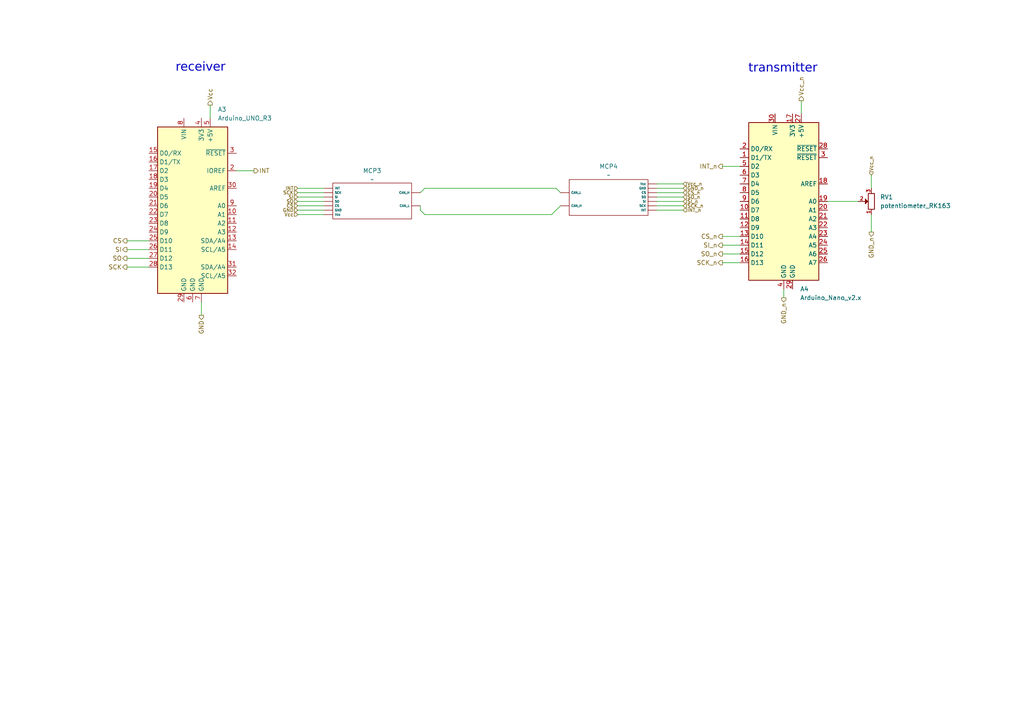
<source format=kicad_sch>
(kicad_sch (version 20231120) (generator "eeschema") (generator_version "8.0")
  (paper "A4")
  (title_block (title "All connections") (date "2024-07-21"))
  (lib_symbols
    (symbol "Embedded_library:MCP2515_modul_ET"
      (property "Reference" "MCP2515" (at 0 8.128 0))
      (symbol "MCP2515_modul_ET_0_1"
        (rectangle (start -10.16 5.334) (end 12.7 -5.08))
      )
      (symbol "MCP2515_modul_ET_1_1"
        (pin output line (at 15.24 2.54 180) (length 2.54) (name "CAN_H") (number ""))
        (pin output line (at 15.24 -1.27 180) (length 2.54) (name "CAN_L") (number ""))
        (pin input line (at -12.7 -1.27 0) (length 2.54) (name "CS") (number ""))
        (pin input line (at -12.7 -2.54 0) (length 2.54) (name "GND") (number ""))
        (pin input line (at -12.7 3.81 0) (length 2.54) (name "INT") (number ""))
        (pin input line (at -12.7 2.54 0) (length 2.54) (name "SCK") (number ""))
        (pin input line (at -12.7 1.27 0) (length 2.54) (name "SI") (number ""))
        (pin input line (at -12.7 0 0) (length 2.54) (name "SO") (number ""))
        (pin input line (at -12.7 -3.81 0) (length 2.54) (name "Vcc") (number ""))
      )
    )
    (symbol "MCU_Module:Arduino_Nano_v2.x"
      (property "Reference" "A" (at -10.16 23.495 0))
      (property "Value" "Arduino_Nano_v2.x" (at 5.08 -24.13 0))
      (symbol "Arduino_Nano_v2.x_0_1"
        (rectangle (start -10.16 22.86) (end 10.16 -22.86) (stroke (width 0.254)) (fill (type background)))
      )
      (symbol "Arduino_Nano_v2.x_1_1"
        (pin bidirectional line (at -12.7 12.7 0) (length 2.54) (name "D1/TX") (number "1"))
        (pin bidirectional line (at -12.7 -2.54 0) (length 2.54) (name "D7") (number "10"))
        (pin bidirectional line (at -12.7 -5.08 0) (length 2.54) (name "D8") (number "11"))
        (pin bidirectional line (at -12.7 -7.62 0) (length 2.54) (name "D9") (number "12"))
        (pin bidirectional line (at -12.7 -10.16 0) (length 2.54) (name "D10") (number "13"))
        (pin bidirectional line (at -12.7 -12.7 0) (length 2.54) (name "D11") (number "14"))
        (pin bidirectional line (at -12.7 -15.24 0) (length 2.54) (name "D12") (number "15"))
        (pin bidirectional line (at -12.7 -17.78 0) (length 2.54) (name "D13") (number "16"))
        (pin power_out line (at 2.54 25.4 270) (length 2.54) (name "3V3") (number "17"))
        (pin input line (at 12.7 5.08 180) (length 2.54) (name "AREF") (number "18"))
        (pin bidirectional line (at 12.7 0 180) (length 2.54) (name "A0") (number "19"))
        (pin bidirectional line (at -12.7 15.24 0) (length 2.54) (name "D0/RX") (number "2"))
        (pin bidirectional line (at 12.7 -2.54 180) (length 2.54) (name "A1") (number "20"))
        (pin bidirectional line (at 12.7 -5.08 180) (length 2.54) (name "A2") (number "21"))
        (pin bidirectional line (at 12.7 -7.62 180) (length 2.54) (name "A3") (number "22"))
        (pin bidirectional line (at 12.7 -10.16 180) (length 2.54) (name "A4") (number "23"))
        (pin bidirectional line (at 12.7 -12.7 180) (length 2.54) (name "A5") (number "24"))
        (pin bidirectional line (at 12.7 -15.24 180) (length 2.54) (name "A6") (number "25"))
        (pin bidirectional line (at 12.7 -17.78 180) (length 2.54) (name "A7") (number "26"))
        (pin power_out line (at 5.08 25.4 270) (length 2.54) (name "+5V") (number "27"))
        (pin input line (at 12.7 15.24 180) (length 2.54) (name "~{RESET}") (number "28"))
        (pin power_in line (at 2.54 -25.4 90) (length 2.54) (name "GND") (number "29"))
        (pin input line (at 12.7 12.7 180) (length 2.54) (name "~{RESET}") (number "3"))
        (pin power_in line (at -2.54 25.4 270) (length 2.54) (name "VIN") (number "30"))
        (pin power_in line (at 0 -25.4 90) (length 2.54) (name "GND") (number "4"))
        (pin bidirectional line (at -12.7 10.16 0) (length 2.54) (name "D2") (number "5"))
        (pin bidirectional line (at -12.7 7.62 0) (length 2.54) (name "D3") (number "6"))
        (pin bidirectional line (at -12.7 5.08 0) (length 2.54) (name "D4") (number "7"))
        (pin bidirectional line (at -12.7 2.54 0) (length 2.54) (name "D5") (number "8"))
        (pin bidirectional line (at -12.7 0 0) (length 2.54) (name "D6") (number "9"))
      )
    )
    (symbol "MCU_Module:Arduino_UNO_R3"
      (property "Reference" "A" (at -10.16 23.495 0))
      (property "Value" "Arduino_UNO_R3" (at 5.08 -26.67 0))
      (symbol "Arduino_UNO_R3_0_1"
        (rectangle (start -10.16 22.86) (end 10.16 -25.4) (stroke (width 0.254)) (fill (type background)))
      )
      (symbol "Arduino_UNO_R3_1_1"
        (pin no_connect line (at -10.16 -20.32 0) (length 2.54) hide (name "NC") (number "1"))
        (pin bidirectional line (at 12.7 -2.54 180) (length 2.54) (name "A1") (number "10"))
        (pin bidirectional line (at 12.7 -5.08 180) (length 2.54) (name "A2") (number "11"))
        (pin bidirectional line (at 12.7 -7.62 180) (length 2.54) (name "A3") (number "12"))
        (pin bidirectional line (at 12.7 -10.16 180) (length 2.54) (name "SDA/A4") (number "13"))
        (pin bidirectional line (at 12.7 -12.7 180) (length 2.54) (name "SCL/A5") (number "14"))
        (pin bidirectional line (at -12.7 15.24 0) (length 2.54) (name "D0/RX") (number "15"))
        (pin bidirectional line (at -12.7 12.7 0) (length 2.54) (name "D1/TX") (number "16"))
        (pin bidirectional line (at -12.7 10.16 0) (length 2.54) (name "D2") (number "17"))
        (pin bidirectional line (at -12.7 7.62 0) (length 2.54) (name "D3") (number "18"))
        (pin bidirectional line (at -12.7 5.08 0) (length 2.54) (name "D4") (number "19"))
        (pin output line (at 12.7 10.16 180) (length 2.54) (name "IOREF") (number "2"))
        (pin bidirectional line (at -12.7 2.54 0) (length 2.54) (name "D5") (number "20"))
        (pin bidirectional line (at -12.7 0 0) (length 2.54) (name "D6") (number "21"))
        (pin bidirectional line (at -12.7 -2.54 0) (length 2.54) (name "D7") (number "22"))
        (pin bidirectional line (at -12.7 -5.08 0) (length 2.54) (name "D8") (number "23"))
        (pin bidirectional line (at -12.7 -7.62 0) (length 2.54) (name "D9") (number "24"))
        (pin bidirectional line (at -12.7 -10.16 0) (length 2.54) (name "D10") (number "25"))
        (pin bidirectional line (at -12.7 -12.7 0) (length 2.54) (name "D11") (number "26"))
        (pin bidirectional line (at -12.7 -15.24 0) (length 2.54) (name "D12") (number "27"))
        (pin bidirectional line (at -12.7 -17.78 0) (length 2.54) (name "D13") (number "28"))
        (pin power_in line (at -2.54 -27.94 90) (length 2.54) (name "GND") (number "29"))
        (pin input line (at 12.7 15.24 180) (length 2.54) (name "~{RESET}") (number "3"))
        (pin input line (at 12.7 5.08 180) (length 2.54) (name "AREF") (number "30"))
        (pin bidirectional line (at 12.7 -17.78 180) (length 2.54) (name "SDA/A4") (number "31"))
        (pin bidirectional line (at 12.7 -20.32 180) (length 2.54) (name "SCL/A5") (number "32"))
        (pin power_out line (at 2.54 25.4 270) (length 2.54) (name "3V3") (number "4"))
        (pin power_out line (at 5.08 25.4 270) (length 2.54) (name "+5V") (number "5"))
        (pin power_in line (at 0 -27.94 90) (length 2.54) (name "GND") (number "6"))
        (pin power_in line (at 2.54 -27.94 90) (length 2.54) (name "GND") (number "7"))
        (pin power_in line (at -2.54 25.4 270) (length 2.54) (name "VIN") (number "8"))
        (pin bidirectional line (at 12.7 0 180) (length 2.54) (name "A0") (number "9"))
      )
    )
    (symbol "PCM_SL_Devices:potentiometer_RK163"
      (property "Reference" "RV" (at 0 -2.286 0))
      (property "Value" "potentiometer_RK163" (at 0 -3.81 0))
      (symbol "potentiometer_RK163_0_1"
        (rectangle (start -2.286 0.889) (end 2.286 -0.889) (stroke (width 0.24)))
        (polyline (pts (xy 0 1.016) (xy 0.762 1.778) (xy -0.762 1.778) (xy 0 1.016)) (fill (type outline)))
      )
      (symbol "potentiometer_RK163_1_1"
        (pin passive line (at -3.81 0 0) (length 1.5) (name "~") (number "1"))
        (pin passive line (at 0 3.81 270) (length 2) (name "~") (number "2"))
        (pin passive line (at 3.81 0 180) (length 1.5) (name "~") (number "3"))
      )
    )
  )
  (wire (pts (xy 123.19 62.23) (xy 160.02 62.23)))
  (wire (pts (xy 36.83 69.85) (xy 43.18 69.85)))
  (wire (pts (xy 36.83 74.93) (xy 43.18 74.93)))
  (wire (pts (xy 190.5 58.42) (xy 198.12 58.42)))
  (wire (pts (xy 36.83 77.47) (xy 43.18 77.47)))
  (wire (pts (xy 121.92 60.96) (xy 123.19 62.23)))
  (wire (pts (xy 161.29 54.61) (xy 162.56 55.88)))
  (wire (pts (xy 68.58 49.53) (xy 73.66 49.53)))
  (wire (pts (xy 86.36 62.23) (xy 93.98 62.23)))
  (wire (pts (xy 190.5 55.88) (xy 198.12 55.88)))
  (wire (pts (xy 209.55 68.58) (xy 214.63 68.58)))
  (wire (pts (xy 232.41 29.21) (xy 232.41 33.02)))
  (wire (pts (xy 190.5 54.61) (xy 198.12 54.61)))
  (wire (pts (xy 123.19 54.61) (xy 161.29 54.61)))
  (wire (pts (xy 86.36 60.96) (xy 93.98 60.96)))
  (wire (pts (xy 60.96 30.48) (xy 60.96 34.29)))
  (wire (pts (xy 58.42 87.63) (xy 58.42 91.44)))
  (wire (pts (xy 190.5 57.15) (xy 198.12 57.15)))
  (wire (pts (xy 209.55 71.12) (xy 214.63 71.12)))
  (wire (pts (xy 86.36 59.69) (xy 93.98 59.69)))
  (wire (pts (xy 252.73 50.8) (xy 252.73 54.61)))
  (wire (pts (xy 252.73 62.23) (xy 252.73 67.31)))
  (wire (pts (xy 160.02 62.23) (xy 162.56 59.69)))
  (wire (pts (xy 86.36 57.15) (xy 93.98 57.15)))
  (wire (pts (xy 121.92 55.88) (xy 123.19 54.61)))
  (wire (pts (xy 190.5 53.34) (xy 198.12 53.34)))
  (wire (pts (xy 86.36 55.88) (xy 93.98 55.88)))
  (wire (pts (xy 209.55 73.66) (xy 214.63 73.66)))
  (wire (pts (xy 190.5 59.69) (xy 198.12 59.69)))
  (wire (pts (xy 121.92 59.69) (xy 121.92 60.96)))
  (wire (pts (xy 209.55 48.26) (xy 214.63 48.26)))
  (wire (pts (xy 190.5 60.96) (xy 198.12 60.96)))
  (wire (pts (xy 86.36 54.61) (xy 93.98 54.61)))
  (wire (pts (xy 240.03 58.42) (xy 248.92 58.42)))
  (wire (pts (xy 227.33 83.82) (xy 227.33 86.36)))
  (wire (pts (xy 209.55 76.2) (xy 214.63 76.2)))
  (wire (pts (xy 86.36 58.42) (xy 93.98 58.42)))
  (wire (pts (xy 36.83 72.39) (xy 43.18 72.39)))
  (text "transmitter" (at 227.076 20.574 0) (effects (font (size 2.54 2.54))))
  (text "receiver" (at 58.166 20.32 0) (effects (font (size 2.54 2.54))))
  (hierarchical_label "GND" (shape output) (at 58.42 91.44 270))
  (hierarchical_label "CS_n" (shape output) (at 209.55 68.58 180))
  (hierarchical_label "SCK_n" (shape output) (at 209.55 76.2 180))
  (hierarchical_label "CS" (shape input) (at 86.36 59.69 180) (effects (font (size 1 1))))
  (hierarchical_label "INT_n" (shape input) (at 198.12 60.96 0) (effects (font (size 1 1))))
  (hierarchical_label "Vcc_n" (shape input) (at 198.12 53.34 0) (effects (font (size 1 1))))
  (hierarchical_label "INT" (shape input) (at 86.36 54.61 180) (effects (font (size 1 1))))
  (hierarchical_label "SO" (shape input) (at 86.36 58.42 180) (effects (font (size 1 1))))
  (hierarchical_label "SO" (shape output) (at 36.83 74.93 180))
  (hierarchical_label "SO_n" (shape input) (at 198.12 57.15 0) (effects (font (size 1 1))))
  (hierarchical_label "GND" (shape input) (at 86.36 60.96 180) (effects (font (size 1 1))))
  (hierarchical_label "SO_n" (shape output) (at 209.55 73.66 180))
  (hierarchical_label "SI" (shape input) (at 86.36 57.15 180) (effects (font (size 1 1))))
  (hierarchical_label "GND_n" (shape input) (at 198.12 54.61 0) (effects (font (size 1 1))))
  (hierarchical_label "SCK" (shape input) (at 86.36 55.88 180) (effects (font (size 1 1))))
  (hierarchical_label "INT" (shape output) (at 73.66 49.53 0))
  (hierarchical_label "Vcc_n" (shape input) (at 252.73 50.8 90) (effects (font (size 1 1))))
  (hierarchical_label "SI" (shape output) (at 36.83 72.39 180))
  (hierarchical_label "GND_n" (shape output) (at 227.33 86.36 270))
  (hierarchical_label "GND_n" (shape output) (at 252.73 67.31 270))
  (hierarchical_label "CS_n" (shape input) (at 198.12 55.88 0) (effects (font (size 1 1))))
  (hierarchical_label "Vcc_n" (shape output) (at 232.41 29.21 90))
  (hierarchical_label "SI_n" (shape input) (at 198.12 58.42 0) (effects (font (size 1 1))))
  (hierarchical_label "INT_n" (shape output) (at 209.55 48.26 180))
  (hierarchical_label "SCK" (shape output) (at 36.83 77.47 180))
  (hierarchical_label "SI_n" (shape output) (at 209.55 71.12 180))
  (hierarchical_label "Vcc" (shape input) (at 86.36 62.23 180) (effects (font (size 1 1))))
  (hierarchical_label "CS" (shape output) (at 36.83 69.85 180))
  (hierarchical_label "Vcc" (shape output) (at 60.96 30.48 90))
  (hierarchical_label "SCK_n" (shape input) (at 198.12 59.69 0) (effects (font (size 1 1))))
  (symbol (lib_id "MCU_Module:Arduino_Nano_v2.x") (at 227.33 58.42 0) (unit 1)
    (property "Reference" "A4" (at 232.0641 83.82 0) (effects (justify left)))
    (property "Value" "Arduino_Nano_v2.x" (at 232.0641 86.36 0) (effects (justify left)))
    (property "Footprint" "Module:Arduino_Nano" (effects (hide yes)))
    (property "Datasheet" "https://www.arduino.cc/en/uploads/Main/ArduinoNanoManual23.pdf" (effects (hide yes)))
    (property "Description" "Arduino Nano v2.x" (effects (hide yes)))
  )
  (symbol (lib_id "Embedded_library:MCP2515_modul_ET") (at 106.68 58.42 0) (unit 1)
    (property "Reference" "MCP3" (at 107.95 49.53 0))
    (property "Value" "~" (at 107.95 52.07 0))
  )
  (symbol (lib_id "MCU_Module:Arduino_UNO_R3") (at 55.88 59.69 0) (unit 1)
    (property "Reference" "A3" (at 63.1541 31.75 0) (effects (justify left)))
    (property "Value" "Arduino_UNO_R3" (at 63.1541 34.29 0) (effects (justify left)))
    (property "Footprint" "Module:Arduino_UNO_R3" (effects (hide yes)))
    (property "Datasheet" "https://www.arduino.cc/en/Main/arduinoBoardUno" (effects (hide yes)))
    (property "Description" "Arduino UNO Microcontroller Module, release 3" (effects (hide yes)))
  )
  (symbol (lib_id "Embedded_library:MCP2515_modul_ET") (at 177.8 57.15 180) (unit 1)
    (property "Reference" "MCP4" (at 176.53 48.26 0))
    (property "Value" "~" (at 176.53 50.8 0))
  )
  (symbol (lib_id "PCM_SL_Devices:potentiometer_RK163") (at 252.73 58.42 90) (unit 1)
    (property "Reference" "RV1" (at 255.27 57.1499 90) (effects (justify right)))
    (property "Value" "potentiometer_RK163" (at 255.27 59.6899 90) (effects (justify right)))
    (property "Footprint" "Potentiometer_THT:Potentiometer_Alps_RK163_Single_Horizontal" (effects (hide yes)))
    (property "Description" "potentiometer_RK163" (effects (hide yes)))
  )
)
</source>
